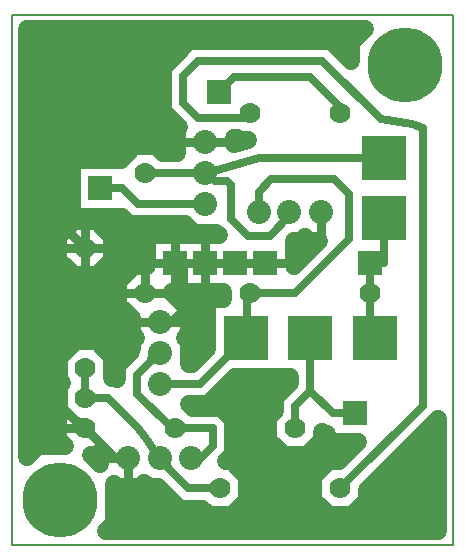
<source format=gbr>
G04 PROTEUS RS274X GERBER FILE*
%FSLAX45Y45*%
%MOMM*%
G01*
%ADD10C,0.635000*%
%ADD11C,0.762000*%
%ADD12C,1.524000*%
%ADD13C,6.350000*%
%ADD14R,3.810000X3.810000*%
%ADD15C,1.778000*%
%ADD16R,2.032000X2.032000*%
%ADD17C,2.032000*%
%ADD18C,0.203200*%
G36*
X-1827868Y+1269768D02*
X-1878085Y+1219551D01*
X-2039263Y+1219551D01*
X-2007161Y+1187449D01*
X-1770485Y+1187449D01*
X-1670051Y+1087015D01*
X-1670051Y+792585D01*
X-1726037Y+736599D01*
X-1683311Y+736599D01*
X-1549401Y+602689D01*
X-1549401Y+413311D01*
X-1683311Y+279401D01*
X-1872689Y+279401D01*
X-1929839Y+336551D01*
X-2121402Y+336551D01*
X-2305552Y+520701D01*
X-2385949Y+520701D01*
X-2421000Y+555752D01*
X-2456051Y+520701D01*
X-2655949Y+520701D01*
X-2679701Y+544453D01*
X-2679701Y+217022D01*
X-2746863Y+149860D01*
X+65541Y+149860D01*
X+65541Y+1093077D01*
X-533401Y+494135D01*
X-533401Y+413311D01*
X-667311Y+279401D01*
X-856689Y+279401D01*
X-990599Y+413311D01*
X-990599Y+602689D01*
X-856689Y+736599D01*
X-775865Y+736599D01*
X-610763Y+901701D01*
X-876299Y+901701D01*
X-876299Y+971551D01*
X-896515Y+971551D01*
X-914401Y+989437D01*
X-914401Y+921311D01*
X-1048311Y+787401D01*
X-1237689Y+787401D01*
X-1371599Y+921311D01*
X-1371599Y+1110689D01*
X-1314449Y+1167839D01*
X-1314449Y+1277515D01*
X-1187449Y+1404515D01*
X-1187449Y+1447801D01*
X-1649835Y+1447801D01*
X-1827868Y+1269768D01*
G37*
G36*
X-3415241Y+774636D02*
X-3326278Y+863599D01*
X-3091887Y+863599D01*
X-3149599Y+921311D01*
X-3149599Y+1110689D01*
X-3117288Y+1143000D01*
X-3149599Y+1175311D01*
X-3149599Y+1364689D01*
X-3117288Y+1397000D01*
X-3149599Y+1429311D01*
X-3149599Y+1618689D01*
X-3015689Y+1752599D01*
X-2826311Y+1752599D01*
X-2692401Y+1618689D01*
X-2692401Y+1441449D01*
X-2659485Y+1441449D01*
X-2654299Y+1436263D01*
X-2654299Y+1543552D01*
X-2536727Y+1661124D01*
X-2536727Y+1679296D01*
X-2527299Y+1688724D01*
X-2527299Y+1750949D01*
X-2492248Y+1786000D01*
X-2527299Y+1821051D01*
X-2527299Y+1950011D01*
X-2641599Y+2064311D01*
X-2641599Y+2253689D01*
X-2507689Y+2387599D01*
X-2400299Y+2387599D01*
X-2400299Y+2654299D01*
X-1792170Y+2654299D01*
X-1811572Y+2673701D01*
X-2004949Y+2673701D01*
X-2074799Y+2743551D01*
X-2547515Y+2743551D01*
X-2610665Y+2806701D01*
X-3035299Y+2806701D01*
X-3035299Y+3289299D01*
X-2621989Y+3289299D01*
X-2507689Y+3403599D01*
X-2318311Y+3403599D01*
X-2261161Y+3346449D01*
X-2146299Y+3346449D01*
X-2146299Y+3544949D01*
X-2127070Y+3564178D01*
X-2266949Y+3704058D01*
X-2266949Y+4071515D01*
X-2039515Y+4298949D01*
X-843384Y+4298949D01*
X-673099Y+4128664D01*
X-673099Y+4278778D01*
X-556637Y+4395240D01*
X-3415241Y+4395240D01*
X-3415241Y+774636D01*
G37*
%LPC*%
G36*
X-3015689Y+2311401D02*
X-2826311Y+2311401D01*
X-2692401Y+2445311D01*
X-2692401Y+2634689D01*
X-2826311Y+2768599D01*
X-3015689Y+2768599D01*
X-3149599Y+2634689D01*
X-3149599Y+2445311D01*
X-3015689Y+2311401D01*
G37*
%LPD*%
G36*
X-1663701Y+3425166D02*
X-1547124Y+3454401D01*
X-1618689Y+3454401D01*
X-1637739Y+3473451D01*
X-1663701Y+3473451D01*
X-1663701Y+3425166D01*
G37*
G36*
X-1093851Y+2603501D02*
X-1155701Y+2603501D01*
X-1155701Y+2390679D01*
X-942879Y+2603501D01*
X-1023749Y+2603501D01*
X-1058800Y+2638552D01*
X-1093851Y+2603501D01*
G37*
G36*
X-2184401Y+2160649D02*
X-2044701Y+2020949D01*
X-2044701Y+1821051D01*
X-2079752Y+1786000D01*
X-2044701Y+1750949D01*
X-2044701Y+1562449D01*
X-2020115Y+1562449D01*
X-1892299Y+1690265D01*
X-1892299Y+2108199D01*
X-1752599Y+2108199D01*
X-1752599Y+2171701D01*
X-2184401Y+2171701D01*
X-2184401Y+2160649D01*
G37*
G36*
X-2826311Y+787401D02*
X-2871324Y+787401D01*
X-2797299Y+713376D01*
X-2797299Y+816413D01*
X-2826311Y+787401D01*
G37*
D10*
X-508000Y+2159000D02*
X-508000Y+1816100D01*
X-469900Y+1778000D01*
X-508000Y+2159000D02*
X-508000Y+2413000D01*
X-1562100Y+1778000D02*
X-1949100Y+1391000D01*
X-2286000Y+1391000D01*
X-1562100Y+1778000D02*
X-1555749Y+1784351D01*
X-1555749Y+2127251D01*
X-1524000Y+2159000D01*
X-2159000Y+1016000D02*
X-1841500Y+1016000D01*
X-1841500Y+863600D01*
X-1943100Y+762000D01*
X-2026000Y+762000D01*
X-2921000Y+1270000D02*
X-2921000Y+1524000D01*
X-1016000Y+1333500D02*
X-825500Y+1143000D01*
X-635000Y+1143000D01*
X-1016000Y+1333500D02*
X-1143000Y+1206500D01*
X-1143000Y+1016000D01*
X-1016000Y+1333500D02*
X-1016000Y+1778000D01*
D11*
X-2095500Y+2159000D02*
X-2095500Y+2413000D01*
X-1905000Y+2413000D02*
X-2095500Y+2413000D01*
X-2159000Y+2413000D01*
X-2095500Y+2159000D02*
X-2095500Y+2022600D01*
X-2197100Y+1921000D01*
X-2286000Y+1921000D01*
X-2413000Y+2159000D02*
X-2921000Y+2159000D01*
X-2921000Y+2540000D02*
X-2921000Y+2159000D01*
X-2413000Y+2159000D02*
X-2095500Y+2159000D01*
X-1397000Y+2413000D02*
X-1397000Y+2412999D01*
X-1651000Y+2412999D01*
X-1651000Y+2413000D01*
X-1905000Y+2413000D01*
D10*
X-2286000Y+762000D02*
X-2305050Y+781050D01*
X-2413000Y+939800D01*
X-2476500Y+1016000D01*
X-2730500Y+1270000D01*
X-2921000Y+1270000D01*
D11*
X-2921000Y+1016000D02*
X-2667000Y+762000D01*
X-2556000Y+762000D01*
D10*
X-508000Y+2413000D02*
X-393700Y+2413000D01*
X-393700Y+2794000D01*
X-762000Y+3683000D02*
X-762000Y+3733800D01*
X-1016000Y+3987800D01*
X-1663700Y+3987800D01*
X-1790700Y+3860800D01*
X-1524000Y+3683000D02*
X-1562100Y+3644900D01*
X-1965327Y+3644900D01*
X-2095500Y+3775073D01*
X-2095500Y+4000500D01*
X-1968500Y+4127500D01*
X-914399Y+4127500D01*
X-419099Y+3632200D01*
X-152400Y+3594100D01*
X-63500Y+3556000D01*
X-63500Y+1206500D01*
X-762000Y+508000D01*
X-1905000Y+3175000D02*
X-2413000Y+3175000D01*
X-1905000Y+2915000D02*
X-2476500Y+2915000D01*
X-2609500Y+3048000D01*
X-2794000Y+3048000D01*
D11*
X-2921000Y+2540000D02*
X-3111500Y+2730500D01*
X-3111500Y+3238500D01*
X-2905000Y+3445000D01*
X-1905000Y+3445000D01*
X-1397000Y+2413000D02*
X-1130300Y+2413000D01*
X-923800Y+2619500D01*
X-923800Y+2844800D01*
D10*
X-1524000Y+2159000D02*
X-1144916Y+2159000D01*
X-685800Y+2618116D01*
X-685800Y+2997200D01*
X-812800Y+3124200D01*
X-1346200Y+3124200D01*
X-1453800Y+3016600D01*
X-1453800Y+2844800D01*
X-1193800Y+2844800D02*
X-1193800Y+2813693D01*
X-1359489Y+2648004D01*
X-1543411Y+2648004D01*
X-1683823Y+2788416D01*
X-1683823Y+3073706D01*
X-1725236Y+3115119D01*
X-1826468Y+3115119D01*
X-1890404Y+3179055D01*
X-1913896Y+3202547D01*
X-1905000Y+3175000D01*
X-1890404Y+3179055D01*
X-1447800Y+3302000D01*
X-393700Y+3302000D01*
X-2286000Y+1651000D02*
X-2328719Y+1608281D01*
X-2365278Y+1608281D01*
X-2365278Y+1590109D01*
X-2482850Y+1472537D01*
X-2482850Y+1309463D01*
X-2189387Y+1016000D01*
X-2159000Y+1016000D01*
X-2286000Y+762000D02*
X-2286000Y+753149D01*
X-2275994Y+743143D01*
X-2222850Y+689999D01*
X-2222850Y+680463D01*
X-2050387Y+508000D01*
X-1778000Y+508000D01*
D11*
X-2921000Y+1016000D02*
X-2941012Y+1036012D01*
X-2941012Y+1038707D01*
X-2981805Y+1079500D01*
X-2999907Y+1079500D01*
X-3111500Y+1191093D01*
X-3111500Y+1602907D01*
X-2793407Y+1921000D01*
X-2286000Y+1921000D01*
D12*
X-1827868Y+1269768D02*
X-1878085Y+1219551D01*
X-2039263Y+1219551D01*
X-2007161Y+1187449D01*
X-1770485Y+1187449D01*
X-1670051Y+1087015D01*
X-1670051Y+792585D01*
X-1726037Y+736599D01*
X-1683311Y+736599D01*
X-1549401Y+602689D01*
X-1549401Y+413311D01*
X-1683311Y+279401D01*
X-1872689Y+279401D01*
X-1929839Y+336551D01*
X-2121402Y+336551D01*
X-2305552Y+520701D01*
X-2385949Y+520701D01*
X-2421000Y+555752D01*
X-2456051Y+520701D01*
X-2655949Y+520701D01*
X-2679701Y+544453D01*
X-2679701Y+217022D01*
X-2746863Y+149860D01*
X+65541Y+149860D01*
X+65541Y+1093077D01*
X-533401Y+494135D01*
X-533401Y+413311D01*
X-667311Y+279401D01*
X-856689Y+279401D01*
X-990599Y+413311D01*
X-990599Y+602689D01*
X-856689Y+736599D01*
X-775865Y+736599D01*
X-610763Y+901701D01*
X-876299Y+901701D01*
X-876299Y+971551D01*
X-896515Y+971551D01*
X-914401Y+989437D01*
X-914401Y+921311D01*
X-1048311Y+787401D01*
X-1237689Y+787401D01*
X-1371599Y+921311D01*
X-1371599Y+1110689D01*
X-1314449Y+1167839D01*
X-1314449Y+1277515D01*
X-1187449Y+1404515D01*
X-1187449Y+1447801D01*
X-1649835Y+1447801D01*
X-1827868Y+1269768D01*
X-3415241Y+774636D02*
X-3326278Y+863599D01*
X-3091887Y+863599D01*
X-3149599Y+921311D01*
X-3149599Y+1110689D01*
X-3117288Y+1143000D01*
X-3149599Y+1175311D01*
X-3149599Y+1364689D01*
X-3117288Y+1397000D01*
X-3149599Y+1429311D01*
X-3149599Y+1618689D01*
X-3015689Y+1752599D01*
X-2826311Y+1752599D01*
X-2692401Y+1618689D01*
X-2692401Y+1441449D01*
X-2659485Y+1441449D01*
X-2654299Y+1436263D01*
X-2654299Y+1543552D01*
X-2536727Y+1661124D01*
X-2536727Y+1679296D01*
X-2527299Y+1688724D01*
X-2527299Y+1750949D01*
X-2492248Y+1786000D01*
X-2527299Y+1821051D01*
X-2527299Y+1950011D01*
X-2641599Y+2064311D01*
X-2641599Y+2253689D01*
X-2507689Y+2387599D01*
X-2400299Y+2387599D01*
X-2400299Y+2654299D01*
X-1792170Y+2654299D01*
X-1811572Y+2673701D01*
X-2004949Y+2673701D01*
X-2074799Y+2743551D01*
X-2547515Y+2743551D01*
X-2610665Y+2806701D01*
X-3035299Y+2806701D01*
X-3035299Y+3289299D01*
X-2621989Y+3289299D01*
X-2507689Y+3403599D01*
X-2318311Y+3403599D01*
X-2261161Y+3346449D01*
X-2146299Y+3346449D01*
X-2146299Y+3544949D01*
X-2127070Y+3564178D01*
X-2266949Y+3704058D01*
X-2266949Y+4071515D01*
X-2039515Y+4298949D01*
X-843384Y+4298949D01*
X-673099Y+4128664D01*
X-673099Y+4278778D01*
X-556637Y+4395240D01*
X-3415241Y+4395240D01*
X-3415241Y+774636D01*
X-3015689Y+2311401D02*
X-2826311Y+2311401D01*
X-2692401Y+2445311D01*
X-2692401Y+2634689D01*
X-2826311Y+2768599D01*
X-3015689Y+2768599D01*
X-3149599Y+2634689D01*
X-3149599Y+2445311D01*
X-3015689Y+2311401D01*
X-1663701Y+3425166D02*
X-1547124Y+3454401D01*
X-1618689Y+3454401D01*
X-1637739Y+3473451D01*
X-1663701Y+3473451D01*
X-1663701Y+3425166D01*
X-1093851Y+2603501D02*
X-1155701Y+2603501D01*
X-1155701Y+2390679D01*
X-942879Y+2603501D01*
X-1023749Y+2603501D01*
X-1058800Y+2638552D01*
X-1093851Y+2603501D01*
X-2184401Y+2160649D02*
X-2044701Y+2020949D01*
X-2044701Y+1821051D01*
X-2079752Y+1786000D01*
X-2044701Y+1750949D01*
X-2044701Y+1562449D01*
X-2020115Y+1562449D01*
X-1892299Y+1690265D01*
X-1892299Y+2108199D01*
X-1752599Y+2108199D01*
X-1752599Y+2171701D01*
X-2184401Y+2171701D01*
X-2184401Y+2160649D01*
X-2826311Y+787401D02*
X-2871324Y+787401D01*
X-2797299Y+713376D01*
X-2797299Y+816413D01*
X-2826311Y+787401D01*
D11*
X-1155701Y+2413000D02*
X-1397000Y+2413000D01*
X-1905000Y+2171701D02*
X-1905000Y+2413000D01*
X-1905000Y+2654299D02*
X-1905000Y+2413000D01*
X-2400299Y+2413000D02*
X-2159000Y+2413000D01*
X-2159000Y+2171701D02*
X-2159000Y+2413000D01*
X-2159000Y+2654299D02*
X-2159000Y+2413000D01*
X-2413000Y+2387599D02*
X-2413000Y+2159000D01*
X-2641599Y+2159000D02*
X-2413000Y+2159000D01*
X-1663701Y+3445000D02*
X-1905000Y+3445000D01*
X-2146299Y+3445000D02*
X-1905000Y+3445000D01*
X-2044701Y+1921000D02*
X-2286000Y+1921000D01*
X-2527299Y+1921000D02*
X-2286000Y+1921000D01*
X-2797299Y+762000D02*
X-2556000Y+762000D01*
X-2556000Y+520701D02*
X-2556000Y+762000D01*
X-2921000Y+2311401D02*
X-2921000Y+2540000D01*
X-2921000Y+2768599D02*
X-2921000Y+2540000D01*
X-3149599Y+2540000D02*
X-2921000Y+2540000D01*
X-2692401Y+2540000D02*
X-2921000Y+2540000D01*
X-3149599Y+1016000D02*
X-2921000Y+1016000D01*
D13*
X-215900Y+4089400D03*
X-3136900Y+406400D03*
D14*
X-1562100Y+1778000D03*
X-1016000Y+1778000D03*
X-469900Y+1778000D03*
D15*
X-508000Y+2159000D03*
X-1524000Y+2159000D03*
D16*
X-508000Y+2413000D03*
X-635000Y+1143000D03*
D14*
X-393700Y+2794000D03*
X-393700Y+3302000D03*
D16*
X-1397000Y+2413000D03*
X-1651000Y+2413000D03*
X-1905000Y+2413000D03*
X-2159000Y+2413000D03*
D17*
X-923800Y+2844800D03*
X-1193800Y+2844800D03*
X-1453800Y+2844800D03*
D15*
X-2413000Y+3175000D03*
X-2413000Y+2159000D03*
D17*
X-1905000Y+3445000D03*
X-1905000Y+3175000D03*
X-1905000Y+2915000D03*
D16*
X-2794000Y+3048000D03*
D17*
X-2286000Y+1921000D03*
X-2286000Y+1651000D03*
X-2286000Y+1391000D03*
D15*
X-1143000Y+1016000D03*
X-2159000Y+1016000D03*
D17*
X-2556000Y+762000D03*
X-2286000Y+762000D03*
X-2026000Y+762000D03*
D15*
X-2921000Y+1524000D03*
X-2921000Y+2540000D03*
X-2921000Y+1016000D03*
X-2921000Y+1270000D03*
X-762000Y+508000D03*
X-1778000Y+508000D03*
X-762000Y+3683000D03*
X-1524000Y+3683000D03*
D16*
X-1790700Y+3860800D03*
D18*
X-3539700Y+25400D02*
X+190000Y+25400D01*
X+190000Y+4519700D01*
X-3539700Y+4519700D01*
X-3539700Y+25400D01*
M02*

</source>
